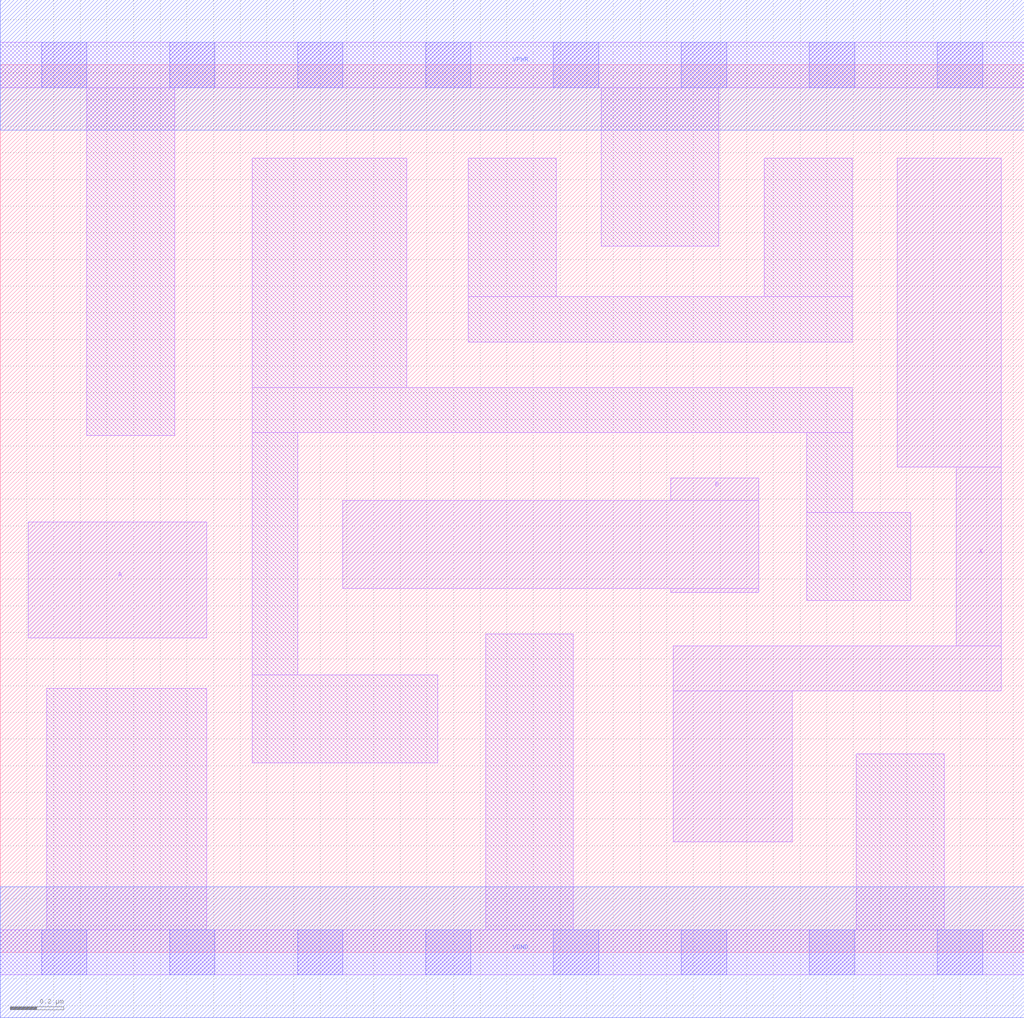
<source format=lef>
# Copyright 2020 The SkyWater PDK Authors
#
# Licensed under the Apache License, Version 2.0 (the "License");
# you may not use this file except in compliance with the License.
# You may obtain a copy of the License at
#
#     https://www.apache.org/licenses/LICENSE-2.0
#
# Unless required by applicable law or agreed to in writing, software
# distributed under the License is distributed on an "AS IS" BASIS,
# WITHOUT WARRANTIES OR CONDITIONS OF ANY KIND, either express or implied.
# See the License for the specific language governing permissions and
# limitations under the License.
#
# SPDX-License-Identifier: Apache-2.0

VERSION 5.5 ;
NAMESCASESENSITIVE ON ;
BUSBITCHARS "[]" ;
DIVIDERCHAR "/" ;
MACRO sky130_fd_sc_ls__xor2_1
  CLASS CORE ;
  SOURCE USER ;
  ORIGIN  0.000000  0.000000 ;
  SIZE  3.840000 BY  3.330000 ;
  SYMMETRY X Y ;
  SITE unit ;
  PIN A
    ANTENNAGATEAREA  0.512000 ;
    DIRECTION INPUT ;
    USE SIGNAL ;
    PORT
      LAYER li1 ;
        RECT 0.105000 1.180000 0.775000 1.615000 ;
    END
  END A
  PIN B
    ANTENNAGATEAREA  0.512000 ;
    DIRECTION INPUT ;
    USE SIGNAL ;
    PORT
      LAYER li1 ;
        RECT 1.285000 1.365000 2.845000 1.695000 ;
        RECT 2.515000 1.350000 2.845000 1.365000 ;
        RECT 2.515000 1.695000 2.845000 1.780000 ;
    END
  END B
  PIN X
    ANTENNADIFFAREA  0.697200 ;
    DIRECTION OUTPUT ;
    USE SIGNAL ;
    PORT
      LAYER li1 ;
        RECT 2.525000 0.415000 2.970000 0.980000 ;
        RECT 2.525000 0.980000 3.755000 1.150000 ;
        RECT 3.365000 1.820000 3.755000 2.980000 ;
        RECT 3.585000 1.150000 3.755000 1.820000 ;
    END
  END X
  PIN VGND
    DIRECTION INOUT ;
    SHAPE ABUTMENT ;
    USE GROUND ;
    PORT
      LAYER met1 ;
        RECT 0.000000 -0.245000 3.840000 0.245000 ;
    END
  END VGND
  PIN VNB
    DIRECTION INOUT ;
    USE GROUND ;
    PORT
    END
  END VNB
  PIN VPB
    DIRECTION INOUT ;
    USE POWER ;
    PORT
    END
  END VPB
  PIN VPWR
    DIRECTION INOUT ;
    SHAPE ABUTMENT ;
    USE POWER ;
    PORT
      LAYER met1 ;
        RECT 0.000000 3.085000 3.840000 3.575000 ;
    END
  END VPWR
  OBS
    LAYER li1 ;
      RECT 0.000000 -0.085000 3.840000 0.085000 ;
      RECT 0.000000  3.245000 3.840000 3.415000 ;
      RECT 0.175000  0.085000 0.775000 0.990000 ;
      RECT 0.325000  1.940000 0.655000 3.245000 ;
      RECT 0.945000  0.710000 1.640000 1.040000 ;
      RECT 0.945000  1.040000 1.115000 1.950000 ;
      RECT 0.945000  1.950000 3.195000 2.120000 ;
      RECT 0.945000  2.120000 1.525000 2.980000 ;
      RECT 1.755000  2.290000 3.195000 2.460000 ;
      RECT 1.755000  2.460000 2.085000 2.980000 ;
      RECT 1.820000  0.085000 2.150000 1.195000 ;
      RECT 2.255000  2.650000 2.695000 3.245000 ;
      RECT 2.865000  2.460000 3.195000 2.980000 ;
      RECT 3.025000  1.320000 3.415000 1.650000 ;
      RECT 3.025000  1.650000 3.195000 1.950000 ;
      RECT 3.210000  0.085000 3.540000 0.745000 ;
    LAYER mcon ;
      RECT 0.155000 -0.085000 0.325000 0.085000 ;
      RECT 0.155000  3.245000 0.325000 3.415000 ;
      RECT 0.635000 -0.085000 0.805000 0.085000 ;
      RECT 0.635000  3.245000 0.805000 3.415000 ;
      RECT 1.115000 -0.085000 1.285000 0.085000 ;
      RECT 1.115000  3.245000 1.285000 3.415000 ;
      RECT 1.595000 -0.085000 1.765000 0.085000 ;
      RECT 1.595000  3.245000 1.765000 3.415000 ;
      RECT 2.075000 -0.085000 2.245000 0.085000 ;
      RECT 2.075000  3.245000 2.245000 3.415000 ;
      RECT 2.555000 -0.085000 2.725000 0.085000 ;
      RECT 2.555000  3.245000 2.725000 3.415000 ;
      RECT 3.035000 -0.085000 3.205000 0.085000 ;
      RECT 3.035000  3.245000 3.205000 3.415000 ;
      RECT 3.515000 -0.085000 3.685000 0.085000 ;
      RECT 3.515000  3.245000 3.685000 3.415000 ;
  END
END sky130_fd_sc_ls__xor2_1
END LIBRARY

</source>
